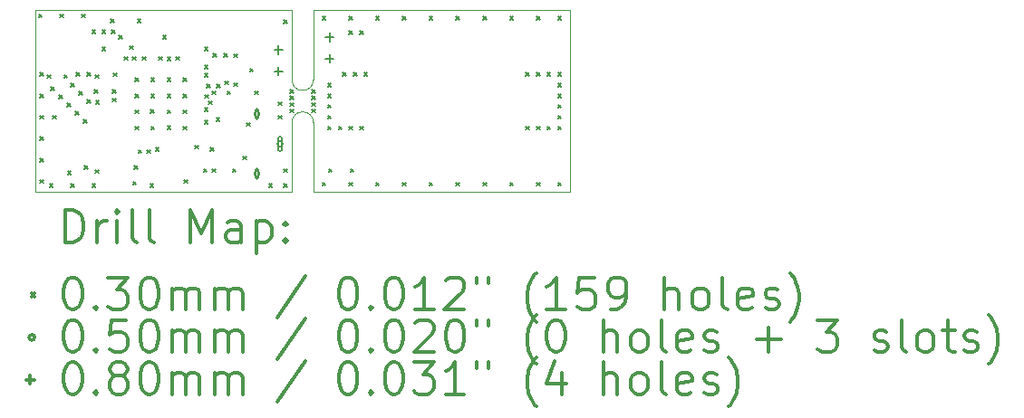
<source format=gbr>
%FSLAX45Y45*%
G04 Gerber Fmt 4.5, Leading zero omitted, Abs format (unit mm)*
G04 Created by KiCad (PCBNEW 5.1.6-c6e7f7d~87~ubuntu18.04.1) date 2020-08-02 20:23:56*
%MOMM*%
%LPD*%
G01*
G04 APERTURE LIST*
%TA.AperFunction,Profile*%
%ADD10C,0.100000*%
%TD*%
%ADD11C,0.200000*%
%ADD12C,0.300000*%
G04 APERTURE END LIST*
D10*
X12900000Y-7850000D02*
X12900000Y-7200000D01*
X12700000Y-7850000D02*
X12700000Y-7200000D01*
X12700000Y-8250000D02*
G75*
G02*
X12900000Y-8250000I100000J0D01*
G01*
X12900000Y-7850000D02*
G75*
G02*
X12700000Y-7850000I-100000J0D01*
G01*
X10300000Y-8900000D02*
X10300000Y-7200000D01*
X12700000Y-8900000D02*
X10300000Y-8900000D01*
X12700000Y-8900000D02*
X12700000Y-8250000D01*
X12900000Y-8900000D02*
X12900000Y-8250000D01*
X12900000Y-7200000D02*
X15300000Y-7200000D01*
X15300000Y-7200000D02*
X15300000Y-8900000D01*
X15300000Y-8900000D02*
X12900000Y-8900000D01*
X10300000Y-7200000D02*
X12700000Y-7200000D01*
D11*
X10335000Y-7235000D02*
X10365000Y-7265000D01*
X10365000Y-7235000D02*
X10335000Y-7265000D01*
X10345000Y-7785000D02*
X10375000Y-7815000D01*
X10375000Y-7785000D02*
X10345000Y-7815000D01*
X10345000Y-7985000D02*
X10375000Y-8015000D01*
X10375000Y-7985000D02*
X10345000Y-8015000D01*
X10345000Y-8185000D02*
X10375000Y-8215000D01*
X10375000Y-8185000D02*
X10345000Y-8215000D01*
X10345000Y-8385000D02*
X10375000Y-8415000D01*
X10375000Y-8385000D02*
X10345000Y-8415000D01*
X10345000Y-8585000D02*
X10375000Y-8615000D01*
X10375000Y-8585000D02*
X10345000Y-8615000D01*
X10345000Y-8785000D02*
X10375000Y-8815000D01*
X10375000Y-8785000D02*
X10345000Y-8815000D01*
X10415000Y-7805000D02*
X10445000Y-7835000D01*
X10445000Y-7805000D02*
X10415000Y-7835000D01*
X10435000Y-8825000D02*
X10465000Y-8855000D01*
X10465000Y-8825000D02*
X10435000Y-8855000D01*
X10450000Y-7920000D02*
X10480000Y-7950000D01*
X10480000Y-7920000D02*
X10450000Y-7950000D01*
X10465000Y-8185000D02*
X10495000Y-8215000D01*
X10495000Y-8185000D02*
X10465000Y-8215000D01*
X10525000Y-7995000D02*
X10555000Y-8025000D01*
X10555000Y-7995000D02*
X10525000Y-8025000D01*
X10535000Y-7235000D02*
X10565000Y-7265000D01*
X10565000Y-7235000D02*
X10535000Y-7265000D01*
X10570000Y-7805000D02*
X10600000Y-7835000D01*
X10600000Y-7805000D02*
X10570000Y-7835000D01*
X10600000Y-8070000D02*
X10630000Y-8100000D01*
X10630000Y-8070000D02*
X10600000Y-8100000D01*
X10605000Y-8705000D02*
X10635000Y-8735000D01*
X10635000Y-8705000D02*
X10605000Y-8735000D01*
X10635000Y-7885000D02*
X10665000Y-7915000D01*
X10665000Y-7885000D02*
X10635000Y-7915000D01*
X10635000Y-8825000D02*
X10665000Y-8855000D01*
X10665000Y-8825000D02*
X10635000Y-8855000D01*
X10675000Y-8145000D02*
X10705000Y-8175000D01*
X10705000Y-8145000D02*
X10675000Y-8175000D01*
X10685000Y-7785000D02*
X10715000Y-7815000D01*
X10715000Y-7785000D02*
X10685000Y-7815000D01*
X10710000Y-7960000D02*
X10740000Y-7990000D01*
X10740000Y-7960000D02*
X10710000Y-7990000D01*
X10735000Y-7235000D02*
X10765000Y-7265000D01*
X10765000Y-7235000D02*
X10735000Y-7265000D01*
X10755000Y-8225000D02*
X10785000Y-8255000D01*
X10785000Y-8225000D02*
X10755000Y-8255000D01*
X10763000Y-8655000D02*
X10793000Y-8685000D01*
X10793000Y-8655000D02*
X10763000Y-8685000D01*
X10785000Y-7785000D02*
X10815000Y-7815000D01*
X10815000Y-7785000D02*
X10785000Y-7815000D01*
X10785000Y-8035000D02*
X10815000Y-8065000D01*
X10815000Y-8035000D02*
X10785000Y-8065000D01*
X10835000Y-7385000D02*
X10865000Y-7415000D01*
X10865000Y-7385000D02*
X10835000Y-7415000D01*
X10835000Y-8825000D02*
X10865000Y-8855000D01*
X10865000Y-8825000D02*
X10835000Y-8855000D01*
X10855000Y-7943000D02*
X10885000Y-7973000D01*
X10885000Y-7943000D02*
X10855000Y-7973000D01*
X10865000Y-7805000D02*
X10895000Y-7835000D01*
X10895000Y-7805000D02*
X10865000Y-7835000D01*
X10865000Y-8695000D02*
X10895000Y-8725000D01*
X10895000Y-8695000D02*
X10865000Y-8725000D01*
X10866501Y-8043500D02*
X10896501Y-8073500D01*
X10896501Y-8043500D02*
X10866501Y-8073500D01*
X10925000Y-7545000D02*
X10955000Y-7575000D01*
X10955000Y-7545000D02*
X10925000Y-7575000D01*
X10925000Y-7385000D02*
X10955000Y-7415000D01*
X10955000Y-7385000D02*
X10925000Y-7415000D01*
X11005000Y-7285000D02*
X11035000Y-7315000D01*
X11035000Y-7285000D02*
X11005000Y-7315000D01*
X11015000Y-7385000D02*
X11045000Y-7415000D01*
X11045000Y-7385000D02*
X11015000Y-7415000D01*
X11025000Y-7945000D02*
X11055000Y-7975000D01*
X11055000Y-7945000D02*
X11025000Y-7975000D01*
X11025000Y-8025000D02*
X11055000Y-8055000D01*
X11055000Y-8025000D02*
X11025000Y-8055000D01*
X11031559Y-7786559D02*
X11061559Y-7816559D01*
X11061559Y-7786559D02*
X11031559Y-7816559D01*
X11084195Y-7434195D02*
X11114195Y-7464195D01*
X11114195Y-7434195D02*
X11084195Y-7464195D01*
X11135000Y-7635000D02*
X11165000Y-7665000D01*
X11165000Y-7635000D02*
X11135000Y-7665000D01*
X11185000Y-7535000D02*
X11215000Y-7565000D01*
X11215000Y-7535000D02*
X11185000Y-7565000D01*
X11210000Y-7635000D02*
X11240000Y-7665000D01*
X11240000Y-7635000D02*
X11210000Y-7665000D01*
X11215000Y-8805000D02*
X11245000Y-8835000D01*
X11245000Y-8805000D02*
X11215000Y-8835000D01*
X11225000Y-8655000D02*
X11255000Y-8685000D01*
X11255000Y-8655000D02*
X11225000Y-8685000D01*
X11235000Y-7835000D02*
X11265000Y-7865000D01*
X11265000Y-7835000D02*
X11235000Y-7865000D01*
X11235000Y-7985000D02*
X11265000Y-8015000D01*
X11265000Y-7985000D02*
X11235000Y-8015000D01*
X11235000Y-8135000D02*
X11265000Y-8165000D01*
X11265000Y-8135000D02*
X11235000Y-8165000D01*
X11235000Y-8285000D02*
X11265000Y-8315000D01*
X11265000Y-8285000D02*
X11235000Y-8315000D01*
X11255001Y-7284999D02*
X11285001Y-7314999D01*
X11285001Y-7284999D02*
X11255001Y-7314999D01*
X11265000Y-8505000D02*
X11295000Y-8535000D01*
X11295000Y-8505000D02*
X11265000Y-8535000D01*
X11305000Y-7635000D02*
X11335000Y-7665000D01*
X11335000Y-7635000D02*
X11305000Y-7665000D01*
X11345000Y-8505000D02*
X11375000Y-8535000D01*
X11375000Y-8505000D02*
X11345000Y-8535000D01*
X11375000Y-8825000D02*
X11405000Y-8855000D01*
X11405000Y-8825000D02*
X11375000Y-8855000D01*
X11381500Y-8131500D02*
X11411500Y-8161500D01*
X11411500Y-8131500D02*
X11381500Y-8161500D01*
X11385000Y-7835000D02*
X11415000Y-7865000D01*
X11415000Y-7835000D02*
X11385000Y-7865000D01*
X11385000Y-7985000D02*
X11415000Y-8015000D01*
X11415000Y-7985000D02*
X11385000Y-8015000D01*
X11385000Y-8285000D02*
X11415000Y-8315000D01*
X11415000Y-8285000D02*
X11385000Y-8315000D01*
X11425000Y-8485000D02*
X11455000Y-8515000D01*
X11455000Y-8485000D02*
X11425000Y-8515000D01*
X11455000Y-7635000D02*
X11485000Y-7665000D01*
X11485000Y-7635000D02*
X11455000Y-7665000D01*
X11494998Y-7435001D02*
X11524998Y-7465001D01*
X11524998Y-7435001D02*
X11494998Y-7465001D01*
X11535000Y-7835000D02*
X11565000Y-7865000D01*
X11565000Y-7835000D02*
X11535000Y-7865000D01*
X11535000Y-7985000D02*
X11565000Y-8015000D01*
X11565000Y-7985000D02*
X11535000Y-8015000D01*
X11537019Y-7637019D02*
X11567019Y-7667019D01*
X11567019Y-7637019D02*
X11537019Y-7667019D01*
X11537019Y-8132981D02*
X11567019Y-8162981D01*
X11567019Y-8132981D02*
X11537019Y-8162981D01*
X11537019Y-8282981D02*
X11567019Y-8312981D01*
X11567019Y-8282981D02*
X11537019Y-8312981D01*
X11615000Y-7635000D02*
X11645000Y-7665000D01*
X11645000Y-7635000D02*
X11615000Y-7665000D01*
X11685000Y-7835000D02*
X11715000Y-7865000D01*
X11715000Y-7835000D02*
X11685000Y-7865000D01*
X11685000Y-7985000D02*
X11715000Y-8015000D01*
X11715000Y-7985000D02*
X11685000Y-8015000D01*
X11685000Y-8135000D02*
X11715000Y-8165000D01*
X11715000Y-8135000D02*
X11685000Y-8165000D01*
X11685000Y-8285000D02*
X11715000Y-8315000D01*
X11715000Y-8285000D02*
X11685000Y-8315000D01*
X11695000Y-8785000D02*
X11725000Y-8815000D01*
X11725000Y-8785000D02*
X11695000Y-8815000D01*
X11795000Y-8465000D02*
X11825000Y-8495000D01*
X11825000Y-8465000D02*
X11795000Y-8495000D01*
X11875000Y-8685000D02*
X11905000Y-8715000D01*
X11905000Y-8685000D02*
X11875000Y-8715000D01*
X11883943Y-8231274D02*
X11913943Y-8261274D01*
X11913943Y-8231274D02*
X11883943Y-8261274D01*
X11883947Y-7790730D02*
X11913947Y-7820730D01*
X11913947Y-7790730D02*
X11883947Y-7820730D01*
X11885000Y-7545000D02*
X11915000Y-7575000D01*
X11915000Y-7545000D02*
X11885000Y-7575000D01*
X11885000Y-7715000D02*
X11915000Y-7745000D01*
X11915000Y-7715000D02*
X11885000Y-7745000D01*
X11885000Y-8115000D02*
X11915000Y-8145000D01*
X11915000Y-8115000D02*
X11885000Y-8145000D01*
X11885899Y-7990001D02*
X11915899Y-8020001D01*
X11915899Y-7990001D02*
X11885899Y-8020001D01*
X11905000Y-7895000D02*
X11935000Y-7925000D01*
X11935000Y-7895000D02*
X11905000Y-7925000D01*
X11919465Y-8051430D02*
X11949465Y-8081430D01*
X11949465Y-8051430D02*
X11919465Y-8081430D01*
X11938945Y-8487909D02*
X11968945Y-8517909D01*
X11968945Y-8487909D02*
X11938945Y-8517909D01*
X11955000Y-7955000D02*
X11985000Y-7985000D01*
X11985000Y-7955000D02*
X11955000Y-7985000D01*
X11955000Y-8685000D02*
X11985000Y-8715000D01*
X11985000Y-8685000D02*
X11955000Y-8715000D01*
X11965000Y-7605000D02*
X11995000Y-7635000D01*
X11995000Y-7605000D02*
X11965000Y-7635000D01*
X11995000Y-8205000D02*
X12025000Y-8235000D01*
X12025000Y-8205000D02*
X11995000Y-8235000D01*
X11997550Y-7895000D02*
X12027550Y-7925000D01*
X12027550Y-7895000D02*
X11997550Y-7925000D01*
X12065000Y-7605000D02*
X12095000Y-7635000D01*
X12095000Y-7605000D02*
X12065000Y-7635000D01*
X12071948Y-7864551D02*
X12101948Y-7894551D01*
X12101948Y-7864551D02*
X12071948Y-7894551D01*
X12095000Y-7955000D02*
X12125000Y-7985000D01*
X12125000Y-7955000D02*
X12095000Y-7985000D01*
X12145000Y-8685000D02*
X12175000Y-8715000D01*
X12175000Y-8685000D02*
X12145000Y-8715000D01*
X12160000Y-7610000D02*
X12190000Y-7640000D01*
X12190000Y-7610000D02*
X12160000Y-7640000D01*
X12160000Y-7880000D02*
X12190000Y-7910000D01*
X12190000Y-7880000D02*
X12160000Y-7910000D01*
X12245000Y-8565000D02*
X12275000Y-8595000D01*
X12275000Y-8565000D02*
X12245000Y-8595000D01*
X12275444Y-8253986D02*
X12305444Y-8283986D01*
X12305444Y-8253986D02*
X12275444Y-8283986D01*
X12305000Y-7745000D02*
X12335000Y-7775000D01*
X12335000Y-7745000D02*
X12305000Y-7775000D01*
X12354999Y-7955000D02*
X12384999Y-7985000D01*
X12384999Y-7955000D02*
X12354999Y-7985000D01*
X12485000Y-8825000D02*
X12515000Y-8855000D01*
X12515000Y-8825000D02*
X12485000Y-8855000D01*
X12575000Y-8060000D02*
X12605000Y-8090000D01*
X12605000Y-8060000D02*
X12575000Y-8090000D01*
X12575000Y-8185000D02*
X12605000Y-8215000D01*
X12605000Y-8185000D02*
X12575000Y-8215000D01*
X12622500Y-7290000D02*
X12652500Y-7320000D01*
X12652500Y-7290000D02*
X12622500Y-7320000D01*
X12625000Y-8685000D02*
X12655000Y-8715000D01*
X12655000Y-8685000D02*
X12625000Y-8715000D01*
X12625000Y-8825000D02*
X12655000Y-8855000D01*
X12655000Y-8825000D02*
X12625000Y-8855000D01*
X12685000Y-7945000D02*
X12715000Y-7975000D01*
X12715000Y-7945000D02*
X12685000Y-7975000D01*
X12685000Y-8005000D02*
X12715000Y-8035000D01*
X12715000Y-8005000D02*
X12685000Y-8035000D01*
X12685000Y-8065000D02*
X12715000Y-8095000D01*
X12715000Y-8065000D02*
X12685000Y-8095000D01*
X12685000Y-8125000D02*
X12715000Y-8155000D01*
X12715000Y-8125000D02*
X12685000Y-8155000D01*
X12885000Y-7945000D02*
X12915000Y-7975000D01*
X12915000Y-7945000D02*
X12885000Y-7975000D01*
X12885000Y-8005000D02*
X12915000Y-8035000D01*
X12915000Y-8005000D02*
X12885000Y-8035000D01*
X12885000Y-8065000D02*
X12915000Y-8095000D01*
X12915000Y-8065000D02*
X12885000Y-8095000D01*
X12885000Y-8125000D02*
X12915000Y-8155000D01*
X12915000Y-8125000D02*
X12885000Y-8155000D01*
X12985000Y-7260000D02*
X13015000Y-7290000D01*
X13015000Y-7260000D02*
X12985000Y-7290000D01*
X12985000Y-8810000D02*
X13015000Y-8840000D01*
X13015000Y-8810000D02*
X12985000Y-8840000D01*
X13035000Y-7885000D02*
X13065000Y-7915000D01*
X13065000Y-7885000D02*
X13035000Y-7915000D01*
X13035000Y-7985000D02*
X13065000Y-8015000D01*
X13065000Y-7985000D02*
X13035000Y-8015000D01*
X13035000Y-8085000D02*
X13065000Y-8115000D01*
X13065000Y-8085000D02*
X13035000Y-8115000D01*
X13035000Y-8185000D02*
X13065000Y-8215000D01*
X13065000Y-8185000D02*
X13035000Y-8215000D01*
X13035000Y-8285000D02*
X13065000Y-8315000D01*
X13065000Y-8285000D02*
X13035000Y-8315000D01*
X13045000Y-8685000D02*
X13075000Y-8715000D01*
X13075000Y-8685000D02*
X13045000Y-8715000D01*
X13135000Y-8285000D02*
X13165000Y-8315000D01*
X13165000Y-8285000D02*
X13135000Y-8315000D01*
X13175000Y-7785000D02*
X13205000Y-7815000D01*
X13205000Y-7785000D02*
X13175000Y-7815000D01*
X13235000Y-7260000D02*
X13265000Y-7290000D01*
X13265000Y-7260000D02*
X13235000Y-7290000D01*
X13235000Y-7395000D02*
X13265000Y-7425000D01*
X13265000Y-7395000D02*
X13235000Y-7425000D01*
X13235000Y-8285000D02*
X13265000Y-8315000D01*
X13265000Y-8285000D02*
X13235000Y-8315000D01*
X13235000Y-8810000D02*
X13265000Y-8840000D01*
X13265000Y-8810000D02*
X13235000Y-8840000D01*
X13245000Y-8685000D02*
X13275000Y-8715000D01*
X13275000Y-8685000D02*
X13245000Y-8715000D01*
X13275000Y-7785000D02*
X13305000Y-7815000D01*
X13305000Y-7785000D02*
X13275000Y-7815000D01*
X13335000Y-7395000D02*
X13365000Y-7425000D01*
X13365000Y-7395000D02*
X13335000Y-7425000D01*
X13335000Y-8285000D02*
X13365000Y-8315000D01*
X13365000Y-8285000D02*
X13335000Y-8315000D01*
X13375000Y-7785000D02*
X13405000Y-7815000D01*
X13405000Y-7785000D02*
X13375000Y-7815000D01*
X13485000Y-7260000D02*
X13515000Y-7290000D01*
X13515000Y-7260000D02*
X13485000Y-7290000D01*
X13485000Y-8810000D02*
X13515000Y-8840000D01*
X13515000Y-8810000D02*
X13485000Y-8840000D01*
X13735000Y-7260000D02*
X13765000Y-7290000D01*
X13765000Y-7260000D02*
X13735000Y-7290000D01*
X13735000Y-8810000D02*
X13765000Y-8840000D01*
X13765000Y-8810000D02*
X13735000Y-8840000D01*
X13985000Y-7260000D02*
X14015000Y-7290000D01*
X14015000Y-7260000D02*
X13985000Y-7290000D01*
X13985000Y-8810000D02*
X14015000Y-8840000D01*
X14015000Y-8810000D02*
X13985000Y-8840000D01*
X14235000Y-7260000D02*
X14265000Y-7290000D01*
X14265000Y-7260000D02*
X14235000Y-7290000D01*
X14235000Y-8810000D02*
X14265000Y-8840000D01*
X14265000Y-8810000D02*
X14235000Y-8840000D01*
X14485000Y-7260000D02*
X14515000Y-7290000D01*
X14515000Y-7260000D02*
X14485000Y-7290000D01*
X14485000Y-8810000D02*
X14515000Y-8840000D01*
X14515000Y-8810000D02*
X14485000Y-8840000D01*
X14735000Y-7260000D02*
X14765000Y-7290000D01*
X14765000Y-7260000D02*
X14735000Y-7290000D01*
X14735000Y-8810000D02*
X14765000Y-8840000D01*
X14765000Y-8810000D02*
X14735000Y-8840000D01*
X14885000Y-7785000D02*
X14915000Y-7815000D01*
X14915000Y-7785000D02*
X14885000Y-7815000D01*
X14885000Y-8285000D02*
X14915000Y-8315000D01*
X14915000Y-8285000D02*
X14885000Y-8315000D01*
X14985000Y-7260000D02*
X15015000Y-7290000D01*
X15015000Y-7260000D02*
X14985000Y-7290000D01*
X14985000Y-7785000D02*
X15015000Y-7815000D01*
X15015000Y-7785000D02*
X14985000Y-7815000D01*
X14985000Y-8285000D02*
X15015000Y-8315000D01*
X15015000Y-8285000D02*
X14985000Y-8315000D01*
X14985000Y-8810000D02*
X15015000Y-8840000D01*
X15015000Y-8810000D02*
X14985000Y-8840000D01*
X15085000Y-7785000D02*
X15115000Y-7815000D01*
X15115000Y-7785000D02*
X15085000Y-7815000D01*
X15085000Y-8285000D02*
X15115000Y-8315000D01*
X15115000Y-8285000D02*
X15085000Y-8315000D01*
X15185000Y-7260000D02*
X15215000Y-7290000D01*
X15215000Y-7260000D02*
X15185000Y-7290000D01*
X15185000Y-7785000D02*
X15215000Y-7815000D01*
X15215000Y-7785000D02*
X15185000Y-7815000D01*
X15185000Y-7885000D02*
X15215000Y-7915000D01*
X15215000Y-7885000D02*
X15185000Y-7915000D01*
X15185000Y-7985000D02*
X15215000Y-8015000D01*
X15215000Y-7985000D02*
X15185000Y-8015000D01*
X15185000Y-8085000D02*
X15215000Y-8115000D01*
X15215000Y-8085000D02*
X15185000Y-8115000D01*
X15185000Y-8185000D02*
X15215000Y-8215000D01*
X15215000Y-8185000D02*
X15185000Y-8215000D01*
X15185000Y-8285000D02*
X15215000Y-8315000D01*
X15215000Y-8285000D02*
X15185000Y-8315000D01*
X15185000Y-8810000D02*
X15215000Y-8840000D01*
X15215000Y-8810000D02*
X15185000Y-8840000D01*
X12397500Y-8170000D02*
G75*
G03*
X12397500Y-8170000I-25000J0D01*
G01*
X12387500Y-8205000D02*
X12387500Y-8135000D01*
X12357500Y-8205000D02*
X12357500Y-8135000D01*
X12387500Y-8135000D02*
G75*
G03*
X12357500Y-8135000I-15000J0D01*
G01*
X12357500Y-8205000D02*
G75*
G03*
X12387500Y-8205000I15000J0D01*
G01*
X12397500Y-8730000D02*
G75*
G03*
X12397500Y-8730000I-25000J0D01*
G01*
X12387500Y-8765000D02*
X12387500Y-8695000D01*
X12357500Y-8765000D02*
X12357500Y-8695000D01*
X12387500Y-8695000D02*
G75*
G03*
X12357500Y-8695000I-15000J0D01*
G01*
X12357500Y-8765000D02*
G75*
G03*
X12387500Y-8765000I15000J0D01*
G01*
X12612500Y-8450000D02*
G75*
G03*
X12612500Y-8450000I-25000J0D01*
G01*
X12602500Y-8505000D02*
X12602500Y-8395000D01*
X12572500Y-8505000D02*
X12572500Y-8395000D01*
X12602500Y-8395000D02*
G75*
G03*
X12572500Y-8395000I-15000J0D01*
G01*
X12572500Y-8505000D02*
G75*
G03*
X12602500Y-8505000I15000J0D01*
G01*
X12575000Y-7530000D02*
X12575000Y-7610000D01*
X12535000Y-7570000D02*
X12615000Y-7570000D01*
X12575000Y-7730000D02*
X12575000Y-7810000D01*
X12535000Y-7770000D02*
X12615000Y-7770000D01*
X13050000Y-7410000D02*
X13050000Y-7490000D01*
X13010000Y-7450000D02*
X13090000Y-7450000D01*
X13050000Y-7610000D02*
X13050000Y-7690000D01*
X13010000Y-7650000D02*
X13090000Y-7650000D01*
D12*
X10581428Y-9370714D02*
X10581428Y-9070714D01*
X10652857Y-9070714D01*
X10695714Y-9085000D01*
X10724286Y-9113572D01*
X10738571Y-9142143D01*
X10752857Y-9199286D01*
X10752857Y-9242143D01*
X10738571Y-9299286D01*
X10724286Y-9327857D01*
X10695714Y-9356429D01*
X10652857Y-9370714D01*
X10581428Y-9370714D01*
X10881428Y-9370714D02*
X10881428Y-9170714D01*
X10881428Y-9227857D02*
X10895714Y-9199286D01*
X10910000Y-9185000D01*
X10938571Y-9170714D01*
X10967143Y-9170714D01*
X11067143Y-9370714D02*
X11067143Y-9170714D01*
X11067143Y-9070714D02*
X11052857Y-9085000D01*
X11067143Y-9099286D01*
X11081428Y-9085000D01*
X11067143Y-9070714D01*
X11067143Y-9099286D01*
X11252857Y-9370714D02*
X11224286Y-9356429D01*
X11210000Y-9327857D01*
X11210000Y-9070714D01*
X11410000Y-9370714D02*
X11381428Y-9356429D01*
X11367143Y-9327857D01*
X11367143Y-9070714D01*
X11752857Y-9370714D02*
X11752857Y-9070714D01*
X11852857Y-9285000D01*
X11952857Y-9070714D01*
X11952857Y-9370714D01*
X12224286Y-9370714D02*
X12224286Y-9213572D01*
X12210000Y-9185000D01*
X12181428Y-9170714D01*
X12124286Y-9170714D01*
X12095714Y-9185000D01*
X12224286Y-9356429D02*
X12195714Y-9370714D01*
X12124286Y-9370714D01*
X12095714Y-9356429D01*
X12081428Y-9327857D01*
X12081428Y-9299286D01*
X12095714Y-9270714D01*
X12124286Y-9256429D01*
X12195714Y-9256429D01*
X12224286Y-9242143D01*
X12367143Y-9170714D02*
X12367143Y-9470714D01*
X12367143Y-9185000D02*
X12395714Y-9170714D01*
X12452857Y-9170714D01*
X12481428Y-9185000D01*
X12495714Y-9199286D01*
X12510000Y-9227857D01*
X12510000Y-9313572D01*
X12495714Y-9342143D01*
X12481428Y-9356429D01*
X12452857Y-9370714D01*
X12395714Y-9370714D01*
X12367143Y-9356429D01*
X12638571Y-9342143D02*
X12652857Y-9356429D01*
X12638571Y-9370714D01*
X12624286Y-9356429D01*
X12638571Y-9342143D01*
X12638571Y-9370714D01*
X12638571Y-9185000D02*
X12652857Y-9199286D01*
X12638571Y-9213572D01*
X12624286Y-9199286D01*
X12638571Y-9185000D01*
X12638571Y-9213572D01*
X10265000Y-9850000D02*
X10295000Y-9880000D01*
X10295000Y-9850000D02*
X10265000Y-9880000D01*
X10638571Y-9700714D02*
X10667143Y-9700714D01*
X10695714Y-9715000D01*
X10710000Y-9729286D01*
X10724286Y-9757857D01*
X10738571Y-9815000D01*
X10738571Y-9886429D01*
X10724286Y-9943572D01*
X10710000Y-9972143D01*
X10695714Y-9986429D01*
X10667143Y-10000714D01*
X10638571Y-10000714D01*
X10610000Y-9986429D01*
X10595714Y-9972143D01*
X10581428Y-9943572D01*
X10567143Y-9886429D01*
X10567143Y-9815000D01*
X10581428Y-9757857D01*
X10595714Y-9729286D01*
X10610000Y-9715000D01*
X10638571Y-9700714D01*
X10867143Y-9972143D02*
X10881428Y-9986429D01*
X10867143Y-10000714D01*
X10852857Y-9986429D01*
X10867143Y-9972143D01*
X10867143Y-10000714D01*
X10981428Y-9700714D02*
X11167143Y-9700714D01*
X11067143Y-9815000D01*
X11110000Y-9815000D01*
X11138571Y-9829286D01*
X11152857Y-9843572D01*
X11167143Y-9872143D01*
X11167143Y-9943572D01*
X11152857Y-9972143D01*
X11138571Y-9986429D01*
X11110000Y-10000714D01*
X11024286Y-10000714D01*
X10995714Y-9986429D01*
X10981428Y-9972143D01*
X11352857Y-9700714D02*
X11381428Y-9700714D01*
X11410000Y-9715000D01*
X11424286Y-9729286D01*
X11438571Y-9757857D01*
X11452857Y-9815000D01*
X11452857Y-9886429D01*
X11438571Y-9943572D01*
X11424286Y-9972143D01*
X11410000Y-9986429D01*
X11381428Y-10000714D01*
X11352857Y-10000714D01*
X11324286Y-9986429D01*
X11310000Y-9972143D01*
X11295714Y-9943572D01*
X11281428Y-9886429D01*
X11281428Y-9815000D01*
X11295714Y-9757857D01*
X11310000Y-9729286D01*
X11324286Y-9715000D01*
X11352857Y-9700714D01*
X11581428Y-10000714D02*
X11581428Y-9800714D01*
X11581428Y-9829286D02*
X11595714Y-9815000D01*
X11624286Y-9800714D01*
X11667143Y-9800714D01*
X11695714Y-9815000D01*
X11710000Y-9843572D01*
X11710000Y-10000714D01*
X11710000Y-9843572D02*
X11724286Y-9815000D01*
X11752857Y-9800714D01*
X11795714Y-9800714D01*
X11824286Y-9815000D01*
X11838571Y-9843572D01*
X11838571Y-10000714D01*
X11981428Y-10000714D02*
X11981428Y-9800714D01*
X11981428Y-9829286D02*
X11995714Y-9815000D01*
X12024286Y-9800714D01*
X12067143Y-9800714D01*
X12095714Y-9815000D01*
X12110000Y-9843572D01*
X12110000Y-10000714D01*
X12110000Y-9843572D02*
X12124286Y-9815000D01*
X12152857Y-9800714D01*
X12195714Y-9800714D01*
X12224286Y-9815000D01*
X12238571Y-9843572D01*
X12238571Y-10000714D01*
X12824286Y-9686429D02*
X12567143Y-10072143D01*
X13210000Y-9700714D02*
X13238571Y-9700714D01*
X13267143Y-9715000D01*
X13281428Y-9729286D01*
X13295714Y-9757857D01*
X13310000Y-9815000D01*
X13310000Y-9886429D01*
X13295714Y-9943572D01*
X13281428Y-9972143D01*
X13267143Y-9986429D01*
X13238571Y-10000714D01*
X13210000Y-10000714D01*
X13181428Y-9986429D01*
X13167143Y-9972143D01*
X13152857Y-9943572D01*
X13138571Y-9886429D01*
X13138571Y-9815000D01*
X13152857Y-9757857D01*
X13167143Y-9729286D01*
X13181428Y-9715000D01*
X13210000Y-9700714D01*
X13438571Y-9972143D02*
X13452857Y-9986429D01*
X13438571Y-10000714D01*
X13424286Y-9986429D01*
X13438571Y-9972143D01*
X13438571Y-10000714D01*
X13638571Y-9700714D02*
X13667143Y-9700714D01*
X13695714Y-9715000D01*
X13710000Y-9729286D01*
X13724286Y-9757857D01*
X13738571Y-9815000D01*
X13738571Y-9886429D01*
X13724286Y-9943572D01*
X13710000Y-9972143D01*
X13695714Y-9986429D01*
X13667143Y-10000714D01*
X13638571Y-10000714D01*
X13610000Y-9986429D01*
X13595714Y-9972143D01*
X13581428Y-9943572D01*
X13567143Y-9886429D01*
X13567143Y-9815000D01*
X13581428Y-9757857D01*
X13595714Y-9729286D01*
X13610000Y-9715000D01*
X13638571Y-9700714D01*
X14024286Y-10000714D02*
X13852857Y-10000714D01*
X13938571Y-10000714D02*
X13938571Y-9700714D01*
X13910000Y-9743572D01*
X13881428Y-9772143D01*
X13852857Y-9786429D01*
X14138571Y-9729286D02*
X14152857Y-9715000D01*
X14181428Y-9700714D01*
X14252857Y-9700714D01*
X14281428Y-9715000D01*
X14295714Y-9729286D01*
X14310000Y-9757857D01*
X14310000Y-9786429D01*
X14295714Y-9829286D01*
X14124286Y-10000714D01*
X14310000Y-10000714D01*
X14424286Y-9700714D02*
X14424286Y-9757857D01*
X14538571Y-9700714D02*
X14538571Y-9757857D01*
X14981428Y-10115000D02*
X14967143Y-10100714D01*
X14938571Y-10057857D01*
X14924286Y-10029286D01*
X14910000Y-9986429D01*
X14895714Y-9915000D01*
X14895714Y-9857857D01*
X14910000Y-9786429D01*
X14924286Y-9743572D01*
X14938571Y-9715000D01*
X14967143Y-9672143D01*
X14981428Y-9657857D01*
X15252857Y-10000714D02*
X15081428Y-10000714D01*
X15167143Y-10000714D02*
X15167143Y-9700714D01*
X15138571Y-9743572D01*
X15110000Y-9772143D01*
X15081428Y-9786429D01*
X15524286Y-9700714D02*
X15381428Y-9700714D01*
X15367143Y-9843572D01*
X15381428Y-9829286D01*
X15410000Y-9815000D01*
X15481428Y-9815000D01*
X15510000Y-9829286D01*
X15524286Y-9843572D01*
X15538571Y-9872143D01*
X15538571Y-9943572D01*
X15524286Y-9972143D01*
X15510000Y-9986429D01*
X15481428Y-10000714D01*
X15410000Y-10000714D01*
X15381428Y-9986429D01*
X15367143Y-9972143D01*
X15681428Y-10000714D02*
X15738571Y-10000714D01*
X15767143Y-9986429D01*
X15781428Y-9972143D01*
X15810000Y-9929286D01*
X15824286Y-9872143D01*
X15824286Y-9757857D01*
X15810000Y-9729286D01*
X15795714Y-9715000D01*
X15767143Y-9700714D01*
X15710000Y-9700714D01*
X15681428Y-9715000D01*
X15667143Y-9729286D01*
X15652857Y-9757857D01*
X15652857Y-9829286D01*
X15667143Y-9857857D01*
X15681428Y-9872143D01*
X15710000Y-9886429D01*
X15767143Y-9886429D01*
X15795714Y-9872143D01*
X15810000Y-9857857D01*
X15824286Y-9829286D01*
X16181428Y-10000714D02*
X16181428Y-9700714D01*
X16310000Y-10000714D02*
X16310000Y-9843572D01*
X16295714Y-9815000D01*
X16267143Y-9800714D01*
X16224286Y-9800714D01*
X16195714Y-9815000D01*
X16181428Y-9829286D01*
X16495714Y-10000714D02*
X16467143Y-9986429D01*
X16452857Y-9972143D01*
X16438571Y-9943572D01*
X16438571Y-9857857D01*
X16452857Y-9829286D01*
X16467143Y-9815000D01*
X16495714Y-9800714D01*
X16538571Y-9800714D01*
X16567143Y-9815000D01*
X16581428Y-9829286D01*
X16595714Y-9857857D01*
X16595714Y-9943572D01*
X16581428Y-9972143D01*
X16567143Y-9986429D01*
X16538571Y-10000714D01*
X16495714Y-10000714D01*
X16767143Y-10000714D02*
X16738571Y-9986429D01*
X16724286Y-9957857D01*
X16724286Y-9700714D01*
X16995714Y-9986429D02*
X16967143Y-10000714D01*
X16910000Y-10000714D01*
X16881428Y-9986429D01*
X16867143Y-9957857D01*
X16867143Y-9843572D01*
X16881428Y-9815000D01*
X16910000Y-9800714D01*
X16967143Y-9800714D01*
X16995714Y-9815000D01*
X17010000Y-9843572D01*
X17010000Y-9872143D01*
X16867143Y-9900714D01*
X17124286Y-9986429D02*
X17152857Y-10000714D01*
X17210000Y-10000714D01*
X17238571Y-9986429D01*
X17252857Y-9957857D01*
X17252857Y-9943572D01*
X17238571Y-9915000D01*
X17210000Y-9900714D01*
X17167143Y-9900714D01*
X17138571Y-9886429D01*
X17124286Y-9857857D01*
X17124286Y-9843572D01*
X17138571Y-9815000D01*
X17167143Y-9800714D01*
X17210000Y-9800714D01*
X17238571Y-9815000D01*
X17352857Y-10115000D02*
X17367143Y-10100714D01*
X17395714Y-10057857D01*
X17410000Y-10029286D01*
X17424286Y-9986429D01*
X17438571Y-9915000D01*
X17438571Y-9857857D01*
X17424286Y-9786429D01*
X17410000Y-9743572D01*
X17395714Y-9715000D01*
X17367143Y-9672143D01*
X17352857Y-9657857D01*
X10295000Y-10261000D02*
G75*
G03*
X10295000Y-10261000I-25000J0D01*
G01*
X10638571Y-10096714D02*
X10667143Y-10096714D01*
X10695714Y-10111000D01*
X10710000Y-10125286D01*
X10724286Y-10153857D01*
X10738571Y-10211000D01*
X10738571Y-10282429D01*
X10724286Y-10339572D01*
X10710000Y-10368143D01*
X10695714Y-10382429D01*
X10667143Y-10396714D01*
X10638571Y-10396714D01*
X10610000Y-10382429D01*
X10595714Y-10368143D01*
X10581428Y-10339572D01*
X10567143Y-10282429D01*
X10567143Y-10211000D01*
X10581428Y-10153857D01*
X10595714Y-10125286D01*
X10610000Y-10111000D01*
X10638571Y-10096714D01*
X10867143Y-10368143D02*
X10881428Y-10382429D01*
X10867143Y-10396714D01*
X10852857Y-10382429D01*
X10867143Y-10368143D01*
X10867143Y-10396714D01*
X11152857Y-10096714D02*
X11010000Y-10096714D01*
X10995714Y-10239572D01*
X11010000Y-10225286D01*
X11038571Y-10211000D01*
X11110000Y-10211000D01*
X11138571Y-10225286D01*
X11152857Y-10239572D01*
X11167143Y-10268143D01*
X11167143Y-10339572D01*
X11152857Y-10368143D01*
X11138571Y-10382429D01*
X11110000Y-10396714D01*
X11038571Y-10396714D01*
X11010000Y-10382429D01*
X10995714Y-10368143D01*
X11352857Y-10096714D02*
X11381428Y-10096714D01*
X11410000Y-10111000D01*
X11424286Y-10125286D01*
X11438571Y-10153857D01*
X11452857Y-10211000D01*
X11452857Y-10282429D01*
X11438571Y-10339572D01*
X11424286Y-10368143D01*
X11410000Y-10382429D01*
X11381428Y-10396714D01*
X11352857Y-10396714D01*
X11324286Y-10382429D01*
X11310000Y-10368143D01*
X11295714Y-10339572D01*
X11281428Y-10282429D01*
X11281428Y-10211000D01*
X11295714Y-10153857D01*
X11310000Y-10125286D01*
X11324286Y-10111000D01*
X11352857Y-10096714D01*
X11581428Y-10396714D02*
X11581428Y-10196714D01*
X11581428Y-10225286D02*
X11595714Y-10211000D01*
X11624286Y-10196714D01*
X11667143Y-10196714D01*
X11695714Y-10211000D01*
X11710000Y-10239572D01*
X11710000Y-10396714D01*
X11710000Y-10239572D02*
X11724286Y-10211000D01*
X11752857Y-10196714D01*
X11795714Y-10196714D01*
X11824286Y-10211000D01*
X11838571Y-10239572D01*
X11838571Y-10396714D01*
X11981428Y-10396714D02*
X11981428Y-10196714D01*
X11981428Y-10225286D02*
X11995714Y-10211000D01*
X12024286Y-10196714D01*
X12067143Y-10196714D01*
X12095714Y-10211000D01*
X12110000Y-10239572D01*
X12110000Y-10396714D01*
X12110000Y-10239572D02*
X12124286Y-10211000D01*
X12152857Y-10196714D01*
X12195714Y-10196714D01*
X12224286Y-10211000D01*
X12238571Y-10239572D01*
X12238571Y-10396714D01*
X12824286Y-10082429D02*
X12567143Y-10468143D01*
X13210000Y-10096714D02*
X13238571Y-10096714D01*
X13267143Y-10111000D01*
X13281428Y-10125286D01*
X13295714Y-10153857D01*
X13310000Y-10211000D01*
X13310000Y-10282429D01*
X13295714Y-10339572D01*
X13281428Y-10368143D01*
X13267143Y-10382429D01*
X13238571Y-10396714D01*
X13210000Y-10396714D01*
X13181428Y-10382429D01*
X13167143Y-10368143D01*
X13152857Y-10339572D01*
X13138571Y-10282429D01*
X13138571Y-10211000D01*
X13152857Y-10153857D01*
X13167143Y-10125286D01*
X13181428Y-10111000D01*
X13210000Y-10096714D01*
X13438571Y-10368143D02*
X13452857Y-10382429D01*
X13438571Y-10396714D01*
X13424286Y-10382429D01*
X13438571Y-10368143D01*
X13438571Y-10396714D01*
X13638571Y-10096714D02*
X13667143Y-10096714D01*
X13695714Y-10111000D01*
X13710000Y-10125286D01*
X13724286Y-10153857D01*
X13738571Y-10211000D01*
X13738571Y-10282429D01*
X13724286Y-10339572D01*
X13710000Y-10368143D01*
X13695714Y-10382429D01*
X13667143Y-10396714D01*
X13638571Y-10396714D01*
X13610000Y-10382429D01*
X13595714Y-10368143D01*
X13581428Y-10339572D01*
X13567143Y-10282429D01*
X13567143Y-10211000D01*
X13581428Y-10153857D01*
X13595714Y-10125286D01*
X13610000Y-10111000D01*
X13638571Y-10096714D01*
X13852857Y-10125286D02*
X13867143Y-10111000D01*
X13895714Y-10096714D01*
X13967143Y-10096714D01*
X13995714Y-10111000D01*
X14010000Y-10125286D01*
X14024286Y-10153857D01*
X14024286Y-10182429D01*
X14010000Y-10225286D01*
X13838571Y-10396714D01*
X14024286Y-10396714D01*
X14210000Y-10096714D02*
X14238571Y-10096714D01*
X14267143Y-10111000D01*
X14281428Y-10125286D01*
X14295714Y-10153857D01*
X14310000Y-10211000D01*
X14310000Y-10282429D01*
X14295714Y-10339572D01*
X14281428Y-10368143D01*
X14267143Y-10382429D01*
X14238571Y-10396714D01*
X14210000Y-10396714D01*
X14181428Y-10382429D01*
X14167143Y-10368143D01*
X14152857Y-10339572D01*
X14138571Y-10282429D01*
X14138571Y-10211000D01*
X14152857Y-10153857D01*
X14167143Y-10125286D01*
X14181428Y-10111000D01*
X14210000Y-10096714D01*
X14424286Y-10096714D02*
X14424286Y-10153857D01*
X14538571Y-10096714D02*
X14538571Y-10153857D01*
X14981428Y-10511000D02*
X14967143Y-10496714D01*
X14938571Y-10453857D01*
X14924286Y-10425286D01*
X14910000Y-10382429D01*
X14895714Y-10311000D01*
X14895714Y-10253857D01*
X14910000Y-10182429D01*
X14924286Y-10139572D01*
X14938571Y-10111000D01*
X14967143Y-10068143D01*
X14981428Y-10053857D01*
X15152857Y-10096714D02*
X15181428Y-10096714D01*
X15210000Y-10111000D01*
X15224286Y-10125286D01*
X15238571Y-10153857D01*
X15252857Y-10211000D01*
X15252857Y-10282429D01*
X15238571Y-10339572D01*
X15224286Y-10368143D01*
X15210000Y-10382429D01*
X15181428Y-10396714D01*
X15152857Y-10396714D01*
X15124286Y-10382429D01*
X15110000Y-10368143D01*
X15095714Y-10339572D01*
X15081428Y-10282429D01*
X15081428Y-10211000D01*
X15095714Y-10153857D01*
X15110000Y-10125286D01*
X15124286Y-10111000D01*
X15152857Y-10096714D01*
X15610000Y-10396714D02*
X15610000Y-10096714D01*
X15738571Y-10396714D02*
X15738571Y-10239572D01*
X15724286Y-10211000D01*
X15695714Y-10196714D01*
X15652857Y-10196714D01*
X15624286Y-10211000D01*
X15610000Y-10225286D01*
X15924286Y-10396714D02*
X15895714Y-10382429D01*
X15881428Y-10368143D01*
X15867143Y-10339572D01*
X15867143Y-10253857D01*
X15881428Y-10225286D01*
X15895714Y-10211000D01*
X15924286Y-10196714D01*
X15967143Y-10196714D01*
X15995714Y-10211000D01*
X16010000Y-10225286D01*
X16024286Y-10253857D01*
X16024286Y-10339572D01*
X16010000Y-10368143D01*
X15995714Y-10382429D01*
X15967143Y-10396714D01*
X15924286Y-10396714D01*
X16195714Y-10396714D02*
X16167143Y-10382429D01*
X16152857Y-10353857D01*
X16152857Y-10096714D01*
X16424286Y-10382429D02*
X16395714Y-10396714D01*
X16338571Y-10396714D01*
X16310000Y-10382429D01*
X16295714Y-10353857D01*
X16295714Y-10239572D01*
X16310000Y-10211000D01*
X16338571Y-10196714D01*
X16395714Y-10196714D01*
X16424286Y-10211000D01*
X16438571Y-10239572D01*
X16438571Y-10268143D01*
X16295714Y-10296714D01*
X16552857Y-10382429D02*
X16581428Y-10396714D01*
X16638571Y-10396714D01*
X16667143Y-10382429D01*
X16681428Y-10353857D01*
X16681428Y-10339572D01*
X16667143Y-10311000D01*
X16638571Y-10296714D01*
X16595714Y-10296714D01*
X16567143Y-10282429D01*
X16552857Y-10253857D01*
X16552857Y-10239572D01*
X16567143Y-10211000D01*
X16595714Y-10196714D01*
X16638571Y-10196714D01*
X16667143Y-10211000D01*
X17038571Y-10282429D02*
X17267143Y-10282429D01*
X17152857Y-10396714D02*
X17152857Y-10168143D01*
X17610000Y-10096714D02*
X17795714Y-10096714D01*
X17695714Y-10211000D01*
X17738571Y-10211000D01*
X17767143Y-10225286D01*
X17781428Y-10239572D01*
X17795714Y-10268143D01*
X17795714Y-10339572D01*
X17781428Y-10368143D01*
X17767143Y-10382429D01*
X17738571Y-10396714D01*
X17652857Y-10396714D01*
X17624286Y-10382429D01*
X17610000Y-10368143D01*
X18138571Y-10382429D02*
X18167143Y-10396714D01*
X18224286Y-10396714D01*
X18252857Y-10382429D01*
X18267143Y-10353857D01*
X18267143Y-10339572D01*
X18252857Y-10311000D01*
X18224286Y-10296714D01*
X18181428Y-10296714D01*
X18152857Y-10282429D01*
X18138571Y-10253857D01*
X18138571Y-10239572D01*
X18152857Y-10211000D01*
X18181428Y-10196714D01*
X18224286Y-10196714D01*
X18252857Y-10211000D01*
X18438571Y-10396714D02*
X18410000Y-10382429D01*
X18395714Y-10353857D01*
X18395714Y-10096714D01*
X18595714Y-10396714D02*
X18567143Y-10382429D01*
X18552857Y-10368143D01*
X18538571Y-10339572D01*
X18538571Y-10253857D01*
X18552857Y-10225286D01*
X18567143Y-10211000D01*
X18595714Y-10196714D01*
X18638571Y-10196714D01*
X18667143Y-10211000D01*
X18681428Y-10225286D01*
X18695714Y-10253857D01*
X18695714Y-10339572D01*
X18681428Y-10368143D01*
X18667143Y-10382429D01*
X18638571Y-10396714D01*
X18595714Y-10396714D01*
X18781428Y-10196714D02*
X18895714Y-10196714D01*
X18824286Y-10096714D02*
X18824286Y-10353857D01*
X18838571Y-10382429D01*
X18867143Y-10396714D01*
X18895714Y-10396714D01*
X18981428Y-10382429D02*
X19010000Y-10396714D01*
X19067143Y-10396714D01*
X19095714Y-10382429D01*
X19110000Y-10353857D01*
X19110000Y-10339572D01*
X19095714Y-10311000D01*
X19067143Y-10296714D01*
X19024286Y-10296714D01*
X18995714Y-10282429D01*
X18981428Y-10253857D01*
X18981428Y-10239572D01*
X18995714Y-10211000D01*
X19024286Y-10196714D01*
X19067143Y-10196714D01*
X19095714Y-10211000D01*
X19210000Y-10511000D02*
X19224286Y-10496714D01*
X19252857Y-10453857D01*
X19267143Y-10425286D01*
X19281428Y-10382429D01*
X19295714Y-10311000D01*
X19295714Y-10253857D01*
X19281428Y-10182429D01*
X19267143Y-10139572D01*
X19252857Y-10111000D01*
X19224286Y-10068143D01*
X19210000Y-10053857D01*
X10255000Y-10617000D02*
X10255000Y-10697000D01*
X10215000Y-10657000D02*
X10295000Y-10657000D01*
X10638571Y-10492714D02*
X10667143Y-10492714D01*
X10695714Y-10507000D01*
X10710000Y-10521286D01*
X10724286Y-10549857D01*
X10738571Y-10607000D01*
X10738571Y-10678429D01*
X10724286Y-10735572D01*
X10710000Y-10764143D01*
X10695714Y-10778429D01*
X10667143Y-10792714D01*
X10638571Y-10792714D01*
X10610000Y-10778429D01*
X10595714Y-10764143D01*
X10581428Y-10735572D01*
X10567143Y-10678429D01*
X10567143Y-10607000D01*
X10581428Y-10549857D01*
X10595714Y-10521286D01*
X10610000Y-10507000D01*
X10638571Y-10492714D01*
X10867143Y-10764143D02*
X10881428Y-10778429D01*
X10867143Y-10792714D01*
X10852857Y-10778429D01*
X10867143Y-10764143D01*
X10867143Y-10792714D01*
X11052857Y-10621286D02*
X11024286Y-10607000D01*
X11010000Y-10592714D01*
X10995714Y-10564143D01*
X10995714Y-10549857D01*
X11010000Y-10521286D01*
X11024286Y-10507000D01*
X11052857Y-10492714D01*
X11110000Y-10492714D01*
X11138571Y-10507000D01*
X11152857Y-10521286D01*
X11167143Y-10549857D01*
X11167143Y-10564143D01*
X11152857Y-10592714D01*
X11138571Y-10607000D01*
X11110000Y-10621286D01*
X11052857Y-10621286D01*
X11024286Y-10635572D01*
X11010000Y-10649857D01*
X10995714Y-10678429D01*
X10995714Y-10735572D01*
X11010000Y-10764143D01*
X11024286Y-10778429D01*
X11052857Y-10792714D01*
X11110000Y-10792714D01*
X11138571Y-10778429D01*
X11152857Y-10764143D01*
X11167143Y-10735572D01*
X11167143Y-10678429D01*
X11152857Y-10649857D01*
X11138571Y-10635572D01*
X11110000Y-10621286D01*
X11352857Y-10492714D02*
X11381428Y-10492714D01*
X11410000Y-10507000D01*
X11424286Y-10521286D01*
X11438571Y-10549857D01*
X11452857Y-10607000D01*
X11452857Y-10678429D01*
X11438571Y-10735572D01*
X11424286Y-10764143D01*
X11410000Y-10778429D01*
X11381428Y-10792714D01*
X11352857Y-10792714D01*
X11324286Y-10778429D01*
X11310000Y-10764143D01*
X11295714Y-10735572D01*
X11281428Y-10678429D01*
X11281428Y-10607000D01*
X11295714Y-10549857D01*
X11310000Y-10521286D01*
X11324286Y-10507000D01*
X11352857Y-10492714D01*
X11581428Y-10792714D02*
X11581428Y-10592714D01*
X11581428Y-10621286D02*
X11595714Y-10607000D01*
X11624286Y-10592714D01*
X11667143Y-10592714D01*
X11695714Y-10607000D01*
X11710000Y-10635572D01*
X11710000Y-10792714D01*
X11710000Y-10635572D02*
X11724286Y-10607000D01*
X11752857Y-10592714D01*
X11795714Y-10592714D01*
X11824286Y-10607000D01*
X11838571Y-10635572D01*
X11838571Y-10792714D01*
X11981428Y-10792714D02*
X11981428Y-10592714D01*
X11981428Y-10621286D02*
X11995714Y-10607000D01*
X12024286Y-10592714D01*
X12067143Y-10592714D01*
X12095714Y-10607000D01*
X12110000Y-10635572D01*
X12110000Y-10792714D01*
X12110000Y-10635572D02*
X12124286Y-10607000D01*
X12152857Y-10592714D01*
X12195714Y-10592714D01*
X12224286Y-10607000D01*
X12238571Y-10635572D01*
X12238571Y-10792714D01*
X12824286Y-10478429D02*
X12567143Y-10864143D01*
X13210000Y-10492714D02*
X13238571Y-10492714D01*
X13267143Y-10507000D01*
X13281428Y-10521286D01*
X13295714Y-10549857D01*
X13310000Y-10607000D01*
X13310000Y-10678429D01*
X13295714Y-10735572D01*
X13281428Y-10764143D01*
X13267143Y-10778429D01*
X13238571Y-10792714D01*
X13210000Y-10792714D01*
X13181428Y-10778429D01*
X13167143Y-10764143D01*
X13152857Y-10735572D01*
X13138571Y-10678429D01*
X13138571Y-10607000D01*
X13152857Y-10549857D01*
X13167143Y-10521286D01*
X13181428Y-10507000D01*
X13210000Y-10492714D01*
X13438571Y-10764143D02*
X13452857Y-10778429D01*
X13438571Y-10792714D01*
X13424286Y-10778429D01*
X13438571Y-10764143D01*
X13438571Y-10792714D01*
X13638571Y-10492714D02*
X13667143Y-10492714D01*
X13695714Y-10507000D01*
X13710000Y-10521286D01*
X13724286Y-10549857D01*
X13738571Y-10607000D01*
X13738571Y-10678429D01*
X13724286Y-10735572D01*
X13710000Y-10764143D01*
X13695714Y-10778429D01*
X13667143Y-10792714D01*
X13638571Y-10792714D01*
X13610000Y-10778429D01*
X13595714Y-10764143D01*
X13581428Y-10735572D01*
X13567143Y-10678429D01*
X13567143Y-10607000D01*
X13581428Y-10549857D01*
X13595714Y-10521286D01*
X13610000Y-10507000D01*
X13638571Y-10492714D01*
X13838571Y-10492714D02*
X14024286Y-10492714D01*
X13924286Y-10607000D01*
X13967143Y-10607000D01*
X13995714Y-10621286D01*
X14010000Y-10635572D01*
X14024286Y-10664143D01*
X14024286Y-10735572D01*
X14010000Y-10764143D01*
X13995714Y-10778429D01*
X13967143Y-10792714D01*
X13881428Y-10792714D01*
X13852857Y-10778429D01*
X13838571Y-10764143D01*
X14310000Y-10792714D02*
X14138571Y-10792714D01*
X14224286Y-10792714D02*
X14224286Y-10492714D01*
X14195714Y-10535572D01*
X14167143Y-10564143D01*
X14138571Y-10578429D01*
X14424286Y-10492714D02*
X14424286Y-10549857D01*
X14538571Y-10492714D02*
X14538571Y-10549857D01*
X14981428Y-10907000D02*
X14967143Y-10892714D01*
X14938571Y-10849857D01*
X14924286Y-10821286D01*
X14910000Y-10778429D01*
X14895714Y-10707000D01*
X14895714Y-10649857D01*
X14910000Y-10578429D01*
X14924286Y-10535572D01*
X14938571Y-10507000D01*
X14967143Y-10464143D01*
X14981428Y-10449857D01*
X15224286Y-10592714D02*
X15224286Y-10792714D01*
X15152857Y-10478429D02*
X15081428Y-10692714D01*
X15267143Y-10692714D01*
X15610000Y-10792714D02*
X15610000Y-10492714D01*
X15738571Y-10792714D02*
X15738571Y-10635572D01*
X15724286Y-10607000D01*
X15695714Y-10592714D01*
X15652857Y-10592714D01*
X15624286Y-10607000D01*
X15610000Y-10621286D01*
X15924286Y-10792714D02*
X15895714Y-10778429D01*
X15881428Y-10764143D01*
X15867143Y-10735572D01*
X15867143Y-10649857D01*
X15881428Y-10621286D01*
X15895714Y-10607000D01*
X15924286Y-10592714D01*
X15967143Y-10592714D01*
X15995714Y-10607000D01*
X16010000Y-10621286D01*
X16024286Y-10649857D01*
X16024286Y-10735572D01*
X16010000Y-10764143D01*
X15995714Y-10778429D01*
X15967143Y-10792714D01*
X15924286Y-10792714D01*
X16195714Y-10792714D02*
X16167143Y-10778429D01*
X16152857Y-10749857D01*
X16152857Y-10492714D01*
X16424286Y-10778429D02*
X16395714Y-10792714D01*
X16338571Y-10792714D01*
X16310000Y-10778429D01*
X16295714Y-10749857D01*
X16295714Y-10635572D01*
X16310000Y-10607000D01*
X16338571Y-10592714D01*
X16395714Y-10592714D01*
X16424286Y-10607000D01*
X16438571Y-10635572D01*
X16438571Y-10664143D01*
X16295714Y-10692714D01*
X16552857Y-10778429D02*
X16581428Y-10792714D01*
X16638571Y-10792714D01*
X16667143Y-10778429D01*
X16681428Y-10749857D01*
X16681428Y-10735572D01*
X16667143Y-10707000D01*
X16638571Y-10692714D01*
X16595714Y-10692714D01*
X16567143Y-10678429D01*
X16552857Y-10649857D01*
X16552857Y-10635572D01*
X16567143Y-10607000D01*
X16595714Y-10592714D01*
X16638571Y-10592714D01*
X16667143Y-10607000D01*
X16781428Y-10907000D02*
X16795714Y-10892714D01*
X16824286Y-10849857D01*
X16838571Y-10821286D01*
X16852857Y-10778429D01*
X16867143Y-10707000D01*
X16867143Y-10649857D01*
X16852857Y-10578429D01*
X16838571Y-10535572D01*
X16824286Y-10507000D01*
X16795714Y-10464143D01*
X16781428Y-10449857D01*
M02*

</source>
